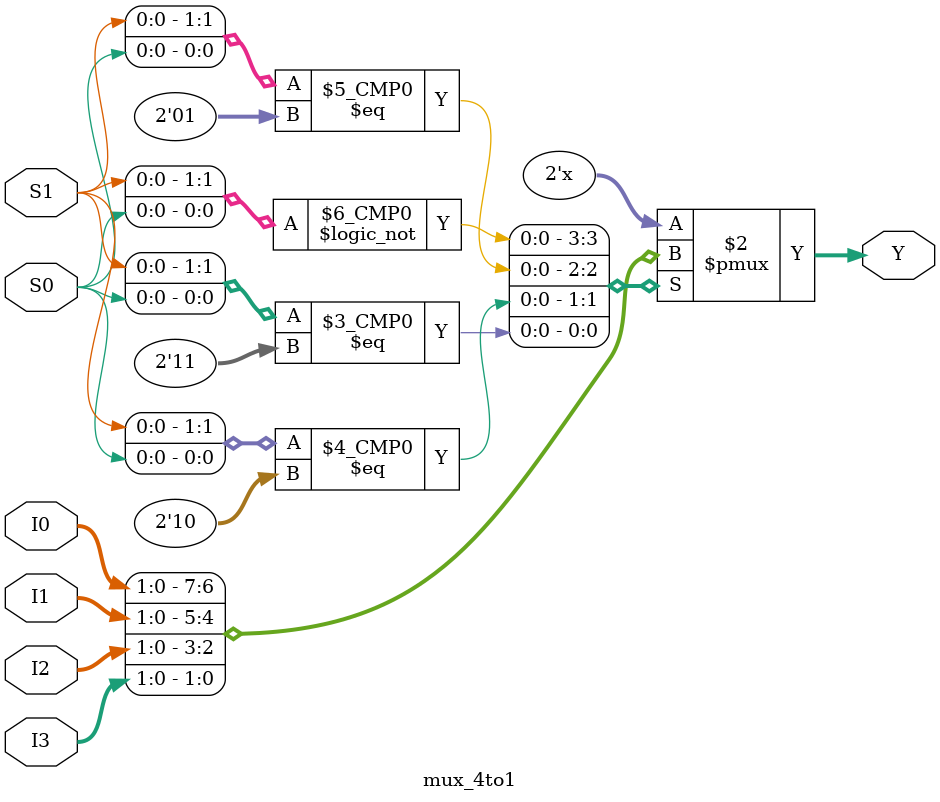
<source format=v>
`timescale 1ns / 1ps

module mux_4to1(I0, I1, I2, I3, S0, S1, Y);

output reg [1:0] Y;
input [1:0] I0, I1, I2, I3;
input S0, S1;

always @ (*) begin

case({S1, S0})
    2'b00 : Y = I0;
    2'b01 : Y = I1;
    2'b10 : Y = I2;
    2'b11 : Y = I3;
endcase

end

endmodule

</source>
